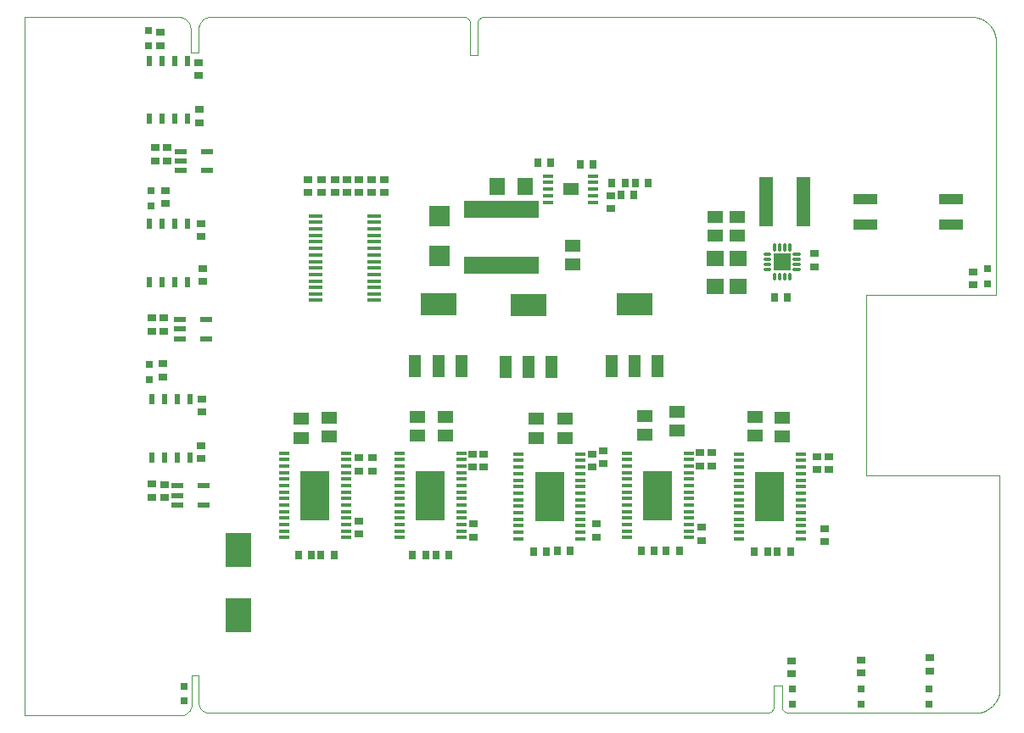
<source format=gtp>
G75*
G70*
%OFA0B0*%
%FSLAX24Y24*%
%IPPOS*%
%LPD*%
%AMOC8*
5,1,8,0,0,1.08239X$1,22.5*
%
%ADD10C,0.0000*%
%ADD11R,0.0394X0.0138*%
%ADD12R,0.1181X0.1969*%
%ADD13R,0.0276X0.0354*%
%ADD14R,0.0591X0.0512*%
%ADD15R,0.0315X0.0315*%
%ADD16R,0.0480X0.0880*%
%ADD17R,0.1417X0.0866*%
%ADD18R,0.0354X0.0276*%
%ADD19R,0.0580X0.0140*%
%ADD20R,0.0961X0.0445*%
%ADD21R,0.0984X0.1378*%
%ADD22R,0.0472X0.0217*%
%ADD23R,0.0197X0.0433*%
%ADD24C,0.0118*%
%ADD25R,0.0709X0.0709*%
%ADD26R,0.0709X0.0630*%
%ADD27R,0.0551X0.1969*%
%ADD28R,0.0433X0.0157*%
%ADD29R,0.0630X0.0709*%
%ADD30R,0.0787X0.0787*%
%ADD31R,0.2953X0.0709*%
D10*
X000474Y003346D02*
X006615Y003346D01*
X006616Y003346D02*
X006657Y003350D01*
X006699Y003358D01*
X006739Y003369D01*
X006778Y003384D01*
X006815Y003403D01*
X006851Y003425D01*
X006884Y003450D01*
X006915Y003478D01*
X006944Y003509D01*
X006969Y003542D01*
X006991Y003577D01*
X007010Y003615D01*
X007025Y003654D01*
X007037Y003694D01*
X007044Y003735D01*
X007048Y003777D01*
X007049Y003819D01*
X007049Y004921D01*
X007324Y004921D01*
X007324Y003858D01*
X007323Y003821D01*
X007327Y003784D01*
X007334Y003748D01*
X007344Y003713D01*
X007358Y003679D01*
X007376Y003646D01*
X007396Y003616D01*
X007419Y003587D01*
X007445Y003561D01*
X007474Y003538D01*
X007504Y003517D01*
X007536Y003500D01*
X007570Y003485D01*
X007606Y003475D01*
X007642Y003467D01*
X007678Y003464D01*
X029686Y003464D01*
X029714Y003466D01*
X029742Y003471D01*
X029770Y003479D01*
X029796Y003491D01*
X029820Y003506D01*
X029842Y003523D01*
X029863Y003544D01*
X029880Y003566D01*
X029895Y003590D01*
X029907Y003616D01*
X029915Y003644D01*
X029920Y003672D01*
X029922Y003700D01*
X029923Y003700D02*
X029923Y004527D01*
X030237Y004527D01*
X030237Y003700D01*
X030238Y003700D02*
X030240Y003672D01*
X030245Y003644D01*
X030253Y003616D01*
X030265Y003590D01*
X030280Y003566D01*
X030297Y003544D01*
X030318Y003523D01*
X030340Y003506D01*
X030364Y003491D01*
X030390Y003479D01*
X030418Y003471D01*
X030446Y003466D01*
X030474Y003464D01*
X037993Y003464D01*
X037994Y003464D02*
X038052Y003475D01*
X038109Y003489D01*
X038165Y003506D01*
X038219Y003528D01*
X038273Y003552D01*
X038325Y003580D01*
X038374Y003611D01*
X038422Y003645D01*
X038468Y003682D01*
X038511Y003722D01*
X038552Y003764D01*
X038589Y003809D01*
X038624Y003856D01*
X038656Y003906D01*
X038685Y003957D01*
X038711Y004010D01*
X038733Y004064D01*
X038751Y004120D01*
X038767Y004177D01*
X038778Y004234D01*
X038786Y004292D01*
X038790Y004351D01*
X038791Y004410D01*
X038788Y004468D01*
X038781Y004527D01*
X038781Y012795D01*
X033545Y012795D01*
X033545Y019882D01*
X038663Y019882D01*
X038643Y029882D01*
X038640Y029942D01*
X038633Y030002D01*
X038622Y030062D01*
X038608Y030121D01*
X038589Y030179D01*
X038568Y030235D01*
X038543Y030291D01*
X038514Y030344D01*
X038482Y030396D01*
X038447Y030445D01*
X038409Y030492D01*
X038368Y030537D01*
X038324Y030579D01*
X038278Y030618D01*
X038229Y030654D01*
X038178Y030687D01*
X038126Y030717D01*
X038071Y030743D01*
X038015Y030766D01*
X037957Y030786D01*
X037899Y030801D01*
X037839Y030813D01*
X037779Y030822D01*
X037719Y030826D01*
X037658Y030827D01*
X037659Y030826D02*
X018545Y030826D01*
X018545Y030827D02*
X018514Y030825D01*
X018484Y030820D01*
X018454Y030812D01*
X018425Y030800D01*
X018398Y030785D01*
X018373Y030767D01*
X018350Y030746D01*
X018329Y030723D01*
X018311Y030698D01*
X018296Y030671D01*
X018284Y030642D01*
X018276Y030612D01*
X018271Y030582D01*
X018269Y030551D01*
X018269Y029330D01*
X017993Y029330D01*
X017993Y030551D01*
X017994Y030551D02*
X017992Y030582D01*
X017987Y030612D01*
X017979Y030642D01*
X017967Y030671D01*
X017952Y030698D01*
X017934Y030723D01*
X017913Y030746D01*
X017890Y030767D01*
X017865Y030785D01*
X017838Y030800D01*
X017809Y030812D01*
X017779Y030820D01*
X017749Y030825D01*
X017718Y030827D01*
X017718Y030826D02*
X007797Y030826D01*
X007756Y030824D01*
X007715Y030819D01*
X007675Y030810D01*
X007636Y030798D01*
X007598Y030782D01*
X007561Y030763D01*
X007526Y030741D01*
X007494Y030716D01*
X007463Y030688D01*
X007435Y030657D01*
X007410Y030625D01*
X007388Y030590D01*
X007369Y030553D01*
X007353Y030515D01*
X007341Y030476D01*
X007332Y030436D01*
X007327Y030395D01*
X007325Y030354D01*
X007324Y030354D02*
X007324Y029409D01*
X007009Y029409D01*
X007009Y030354D01*
X007010Y030354D02*
X007006Y030397D01*
X006999Y030439D01*
X006988Y030481D01*
X006973Y030521D01*
X006955Y030560D01*
X006934Y030597D01*
X006909Y030633D01*
X006882Y030666D01*
X006851Y030696D01*
X006819Y030724D01*
X006783Y030749D01*
X006746Y030770D01*
X006707Y030789D01*
X006667Y030804D01*
X006625Y030815D01*
X006583Y030823D01*
X006540Y030826D01*
X006497Y030827D01*
X006497Y030826D02*
X000474Y030826D01*
X000474Y003346D01*
D11*
X010675Y010344D03*
X010675Y010600D03*
X010675Y010856D03*
X010675Y011112D03*
X010675Y011368D03*
X010675Y011624D03*
X010675Y011880D03*
X010675Y012136D03*
X010675Y012391D03*
X010675Y012647D03*
X010675Y012903D03*
X010675Y013159D03*
X010675Y013415D03*
X010675Y013671D03*
X013107Y013671D03*
X013107Y013415D03*
X013107Y013159D03*
X013107Y012903D03*
X013107Y012647D03*
X013107Y012391D03*
X013107Y012136D03*
X013107Y011880D03*
X013107Y011624D03*
X013107Y011368D03*
X013107Y011112D03*
X013107Y010856D03*
X013107Y010600D03*
X013107Y010344D03*
X015203Y010344D03*
X015203Y010600D03*
X015203Y010856D03*
X015203Y011112D03*
X015203Y011368D03*
X015203Y011624D03*
X015203Y011880D03*
X015203Y012136D03*
X015203Y012391D03*
X015203Y012647D03*
X015203Y012903D03*
X015203Y013159D03*
X015203Y013415D03*
X015203Y013671D03*
X017634Y013671D03*
X017634Y013415D03*
X017634Y013159D03*
X017634Y012903D03*
X017634Y012647D03*
X017634Y012391D03*
X017634Y012136D03*
X017634Y011880D03*
X017634Y011624D03*
X017634Y011368D03*
X017634Y011112D03*
X017634Y010856D03*
X017634Y010600D03*
X017634Y010344D03*
X019888Y010305D03*
X019888Y010561D03*
X019888Y010817D03*
X019888Y011073D03*
X019888Y011328D03*
X019888Y011584D03*
X019888Y011840D03*
X019888Y012096D03*
X019888Y012352D03*
X019888Y012608D03*
X019888Y012864D03*
X019888Y013120D03*
X019888Y013376D03*
X019888Y013632D03*
X022319Y013632D03*
X022319Y013376D03*
X022319Y013120D03*
X022319Y012864D03*
X022319Y012608D03*
X022319Y012352D03*
X022319Y012096D03*
X022319Y011840D03*
X022319Y011584D03*
X022319Y011328D03*
X022319Y011073D03*
X022319Y010817D03*
X022319Y010561D03*
X022319Y010305D03*
X024140Y010344D03*
X024140Y010600D03*
X024140Y010856D03*
X024140Y011112D03*
X024140Y011368D03*
X024140Y011624D03*
X024140Y011880D03*
X024140Y012136D03*
X024140Y012391D03*
X024140Y012647D03*
X024140Y012903D03*
X024140Y013159D03*
X024140Y013415D03*
X024140Y013671D03*
X026571Y013671D03*
X026571Y013415D03*
X026571Y013159D03*
X026571Y012903D03*
X026571Y012647D03*
X026571Y012391D03*
X026571Y012136D03*
X026571Y011880D03*
X026571Y011624D03*
X026571Y011368D03*
X026571Y011112D03*
X026571Y010856D03*
X026571Y010600D03*
X026571Y010344D03*
X028549Y010305D03*
X028549Y010561D03*
X028549Y010817D03*
X028549Y011073D03*
X028549Y011328D03*
X028549Y011584D03*
X028549Y011840D03*
X028549Y012096D03*
X028549Y012352D03*
X028549Y012608D03*
X028549Y012864D03*
X028549Y013120D03*
X028549Y013376D03*
X028549Y013632D03*
X030981Y013632D03*
X030981Y013376D03*
X030981Y013120D03*
X030981Y012864D03*
X030981Y012608D03*
X030981Y012352D03*
X030981Y012096D03*
X030981Y011840D03*
X030981Y011584D03*
X030981Y011328D03*
X030981Y011073D03*
X030981Y010817D03*
X030981Y010561D03*
X030981Y010305D03*
D12*
X029765Y011968D03*
X025356Y012008D03*
X021104Y011968D03*
X016419Y012008D03*
X011891Y012008D03*
D13*
X011753Y009645D03*
X012127Y009645D03*
X012639Y009645D03*
X011241Y009645D03*
X015730Y009645D03*
X016241Y009645D03*
X016635Y009645D03*
X017147Y009645D03*
X020474Y009803D03*
X020986Y009803D03*
X021419Y009823D03*
X021930Y009823D03*
X024706Y009842D03*
X025218Y009842D03*
X025690Y009842D03*
X026202Y009842D03*
X029155Y009803D03*
X029667Y009803D03*
X030060Y009803D03*
X030572Y009803D03*
X030454Y019803D03*
X029942Y019803D03*
X024430Y023819D03*
X023919Y023819D03*
X024076Y024291D03*
X024470Y024291D03*
X024982Y024291D03*
X023564Y024291D03*
X022816Y025039D03*
X022304Y025039D03*
X021163Y025078D03*
X020651Y025078D03*
D14*
X021954Y024047D03*
X022009Y021830D03*
X022009Y021082D03*
X027600Y022224D03*
X027600Y022972D03*
X028466Y022972D03*
X028466Y022224D03*
X029174Y015098D03*
X029174Y014350D03*
X030237Y014311D03*
X030237Y015059D03*
X026104Y015295D03*
X026104Y014547D03*
X024844Y014389D03*
X024844Y015137D03*
X021714Y015019D03*
X021714Y014271D03*
X020592Y014271D03*
X020592Y015019D03*
X017029Y015098D03*
X017029Y014350D03*
X015907Y014350D03*
X015907Y015098D03*
X012442Y015059D03*
X011340Y015019D03*
X011340Y014271D03*
X012442Y014311D03*
D15*
X005395Y016555D03*
X005395Y017145D03*
X005434Y023405D03*
X005434Y023996D03*
X005356Y029704D03*
X005356Y030295D03*
X006753Y004508D03*
X006753Y003917D03*
X030651Y003799D03*
X030651Y004389D03*
X033348Y004389D03*
X033348Y003799D03*
X036025Y003799D03*
X036025Y004389D03*
X038308Y020334D03*
X038308Y020925D03*
D16*
X025360Y017087D03*
X024450Y017087D03*
X023540Y017087D03*
X021187Y017047D03*
X020277Y017047D03*
X019367Y017047D03*
X017643Y017087D03*
X016734Y017087D03*
X015824Y017087D03*
D17*
X016734Y019527D03*
X020277Y019487D03*
X024450Y019527D03*
D18*
X023505Y023287D03*
X023505Y023799D03*
X031517Y021515D03*
X031517Y021004D03*
X037757Y020807D03*
X037757Y020295D03*
X032088Y013523D03*
X031615Y013523D03*
X031615Y013011D03*
X032088Y013011D03*
X031930Y010689D03*
X031930Y010177D03*
X027482Y013169D03*
X027029Y013169D03*
X027029Y013681D03*
X027482Y013681D03*
X027088Y010748D03*
X027088Y010236D03*
X023210Y013248D03*
X022797Y013110D03*
X022797Y013622D03*
X023210Y013760D03*
X022954Y010886D03*
X022954Y010374D03*
X018525Y013130D03*
X018092Y013130D03*
X018092Y013641D03*
X018525Y013641D03*
X018111Y010886D03*
X018111Y010374D03*
X014135Y012972D03*
X013623Y012972D03*
X013623Y013484D03*
X014135Y013484D03*
X013623Y011004D03*
X013623Y010492D03*
X007403Y013445D03*
X007403Y013956D03*
X007442Y015295D03*
X007442Y015807D03*
X005907Y016673D03*
X005907Y017185D03*
X005958Y018464D03*
X005474Y018464D03*
X005474Y018976D03*
X005958Y018976D03*
X007482Y020413D03*
X007482Y020925D03*
X007403Y022185D03*
X007403Y022697D03*
X006025Y023484D03*
X006025Y023996D03*
X006072Y025173D03*
X005631Y025173D03*
X005631Y025685D03*
X006072Y025685D03*
X007363Y026673D03*
X007363Y027185D03*
X007324Y028523D03*
X007324Y029035D03*
X005828Y029704D03*
X005828Y030216D03*
X011619Y024425D03*
X011619Y023913D03*
X012151Y023917D03*
X012151Y024429D03*
X012682Y024425D03*
X013151Y024429D03*
X013623Y024429D03*
X014127Y024421D03*
X014604Y024441D03*
X014604Y023929D03*
X014127Y023909D03*
X013623Y023917D03*
X013151Y023917D03*
X012682Y023913D03*
X005966Y012441D03*
X005470Y012445D03*
X005470Y011933D03*
X005966Y011929D03*
X030631Y005492D03*
X030631Y004980D03*
X033348Y005019D03*
X033348Y005531D03*
X036064Y005610D03*
X036064Y005098D03*
D19*
X014222Y019678D03*
X014222Y019928D03*
X014222Y020188D03*
X014222Y020438D03*
X014222Y020698D03*
X014222Y020958D03*
X014222Y021208D03*
X014222Y021468D03*
X014222Y021718D03*
X014222Y021978D03*
X014222Y022238D03*
X014222Y022488D03*
X014222Y022748D03*
X014222Y022998D03*
X011922Y022998D03*
X011922Y022748D03*
X011922Y022488D03*
X011922Y022238D03*
X011922Y021978D03*
X011922Y021718D03*
X011922Y021468D03*
X011922Y021208D03*
X011922Y020958D03*
X011922Y020698D03*
X011922Y020438D03*
X011922Y020188D03*
X011922Y019928D03*
X011922Y019678D03*
D20*
X033505Y022649D03*
X033505Y023649D03*
X036891Y023649D03*
X036891Y022649D03*
D21*
X008899Y009862D03*
X008899Y007303D03*
D22*
X007521Y011634D03*
X007521Y012382D03*
X006497Y012382D03*
X006497Y012008D03*
X006497Y011634D03*
X006576Y018169D03*
X006576Y018543D03*
X006576Y018917D03*
X007600Y018917D03*
X007600Y018169D03*
X007639Y024783D03*
X007639Y025531D03*
X006615Y025531D03*
X006615Y025157D03*
X006615Y024783D03*
D23*
X006393Y026811D03*
X005893Y026811D03*
X005393Y026811D03*
X006893Y026811D03*
X006893Y029094D03*
X006393Y029094D03*
X005893Y029094D03*
X005393Y029094D03*
X005393Y022677D03*
X005893Y022677D03*
X006393Y022677D03*
X006893Y022677D03*
X006893Y020393D03*
X006393Y020393D03*
X005893Y020393D03*
X005393Y020393D03*
X005472Y015787D03*
X005972Y015787D03*
X006472Y015787D03*
X006972Y015787D03*
X006972Y013504D03*
X006472Y013504D03*
X005972Y013504D03*
X005472Y013504D03*
D24*
X029569Y020886D02*
X029745Y020886D01*
X029745Y021082D02*
X029569Y021082D01*
X029569Y021279D02*
X029745Y021279D01*
X029745Y021476D02*
X029569Y021476D01*
X029942Y021673D02*
X029942Y021849D01*
X030139Y021849D02*
X030139Y021673D01*
X030336Y021673D02*
X030336Y021849D01*
X030533Y021849D02*
X030533Y021673D01*
X030730Y021476D02*
X030906Y021476D01*
X030906Y021279D02*
X030730Y021279D01*
X030730Y021082D02*
X030906Y021082D01*
X030906Y020886D02*
X030730Y020886D01*
X030533Y020688D02*
X030533Y020512D01*
X030336Y020512D02*
X030336Y020688D01*
X030139Y020688D02*
X030139Y020512D01*
X029942Y020512D02*
X029942Y020688D01*
D25*
X030237Y021181D03*
D26*
X028505Y021338D03*
X027600Y021338D03*
X027600Y020236D03*
X028505Y020236D03*
D27*
X029627Y023543D03*
X031084Y023543D03*
D28*
X022816Y023541D03*
X022816Y023797D03*
X022816Y024053D03*
X022816Y024309D03*
X022816Y024565D03*
X021045Y024565D03*
X021045Y024309D03*
X021045Y024053D03*
X021045Y023797D03*
X021045Y023541D03*
D29*
X020159Y024173D03*
X019056Y024173D03*
D30*
X016773Y022992D03*
X016773Y021417D03*
D31*
X019214Y021063D03*
X019214Y023267D03*
M02*

</source>
